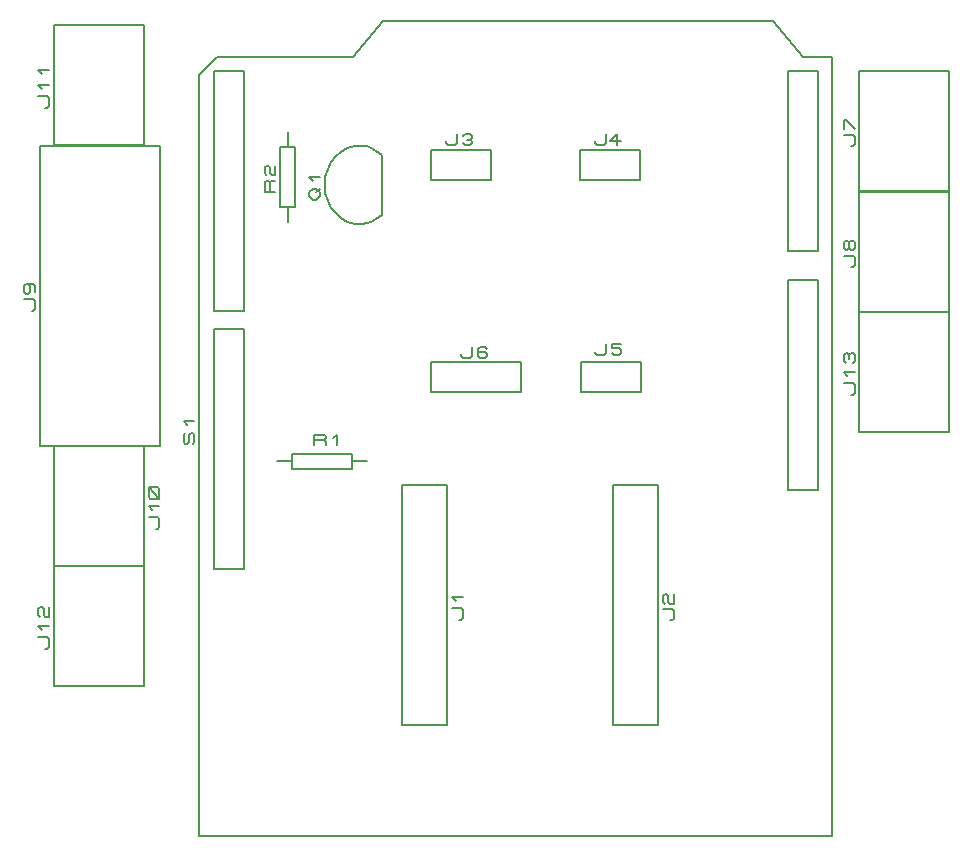
<source format=gbr>
G04 PROTEUS GERBER X2 FILE*
%TF.GenerationSoftware,Labcenter,Proteus,8.11-SP0-Build30052*%
%TF.CreationDate,2022-05-16T20:50:57+00:00*%
%TF.FileFunction,Legend,Top*%
%TF.FilePolarity,Positive*%
%TF.Part,Single*%
%TF.SameCoordinates,{860b8ca4-a46b-4a59-b09f-cc4400e6bc87}*%
%FSLAX45Y45*%
%MOMM*%
G01*
%TA.AperFunction,Material*%
%ADD20C,0.203200*%
%TD.AperFunction*%
D20*
X-2140500Y+2639000D02*
X-1759500Y+2639000D01*
X-1759500Y+4671000D01*
X-2140500Y+4671000D01*
X-2140500Y+2639000D01*
X-1657900Y+3528000D02*
X-1642660Y+3528000D01*
X-1627420Y+3543875D01*
X-1627420Y+3607375D01*
X-1642660Y+3623250D01*
X-1718860Y+3623250D01*
X-1688380Y+3686750D02*
X-1718860Y+3718500D01*
X-1627420Y+3718500D01*
X-356500Y+2633000D02*
X+24500Y+2633000D01*
X+24500Y+4665000D01*
X-356500Y+4665000D01*
X-356500Y+2633000D01*
X+126100Y+3522000D02*
X+141340Y+3522000D01*
X+156580Y+3537875D01*
X+156580Y+3601375D01*
X+141340Y+3617250D01*
X+65140Y+3617250D01*
X+80380Y+3664875D02*
X+65140Y+3680750D01*
X+65140Y+3728375D01*
X+80380Y+3744250D01*
X+95620Y+3744250D01*
X+110860Y+3728375D01*
X+110860Y+3680750D01*
X+126100Y+3664875D01*
X+156580Y+3664875D01*
X+156580Y+3744250D01*
X+1500000Y+1694000D02*
X+1500000Y+8294000D01*
X+1500000Y+1694000D02*
X-3860000Y+1694000D01*
X+1500000Y+8294000D02*
X+1250000Y+8294000D01*
X+1000000Y+8594000D01*
X-2300000Y+8594000D01*
X-3860000Y+1694000D02*
X-3860000Y+8144000D01*
X-3710000Y+8294000D01*
X-2560000Y+8294000D01*
X-2300000Y+8594000D01*
X+1123000Y+4623000D02*
X+1377000Y+4623000D01*
X+1377000Y+6401000D01*
X+1123000Y+6401000D01*
X+1123000Y+4623000D01*
X+1123000Y+6647000D02*
X+1377000Y+6647000D01*
X+1377000Y+8171000D01*
X+1123000Y+8171000D01*
X+1123000Y+6647000D01*
X-3737000Y+6139000D02*
X-3483000Y+6139000D01*
X-3483000Y+8171000D01*
X-3737000Y+8171000D01*
X-3737000Y+6139000D01*
X-3737000Y+3961000D02*
X-3483000Y+3961000D01*
X-3483000Y+5993000D01*
X-3737000Y+5993000D01*
X-3737000Y+3961000D01*
X-3915880Y+5017000D02*
X-3900640Y+5032875D01*
X-3900640Y+5096375D01*
X-3915880Y+5112250D01*
X-3931120Y+5112250D01*
X-3946360Y+5096375D01*
X-3946360Y+5032875D01*
X-3961600Y+5017000D01*
X-3976840Y+5017000D01*
X-3992080Y+5032875D01*
X-3992080Y+5096375D01*
X-3976840Y+5112250D01*
X-3961600Y+5175750D02*
X-3992080Y+5207500D01*
X-3900640Y+5207500D01*
X-5208000Y+5002000D02*
X-4192000Y+5002000D01*
X-5208000Y+7542000D02*
X-4192000Y+7542000D01*
X-5208000Y+7542000D02*
X-5208000Y+5002000D01*
X-4192000Y+5002000D02*
X-4192000Y+7542000D01*
X-5279120Y+6145000D02*
X-5263880Y+6145000D01*
X-5248640Y+6160875D01*
X-5248640Y+6224375D01*
X-5263880Y+6240250D01*
X-5340080Y+6240250D01*
X-5309600Y+6367250D02*
X-5294360Y+6351375D01*
X-5294360Y+6303750D01*
X-5309600Y+6287875D01*
X-5324840Y+6287875D01*
X-5340080Y+6303750D01*
X-5340080Y+6351375D01*
X-5324840Y+6367250D01*
X-5263880Y+6367250D01*
X-5248640Y+6351375D01*
X-5248640Y+6303750D01*
X-5091000Y+4998000D02*
X-4329000Y+4998000D01*
X-4329000Y+3982000D02*
X-5091000Y+3982000D01*
X-5091000Y+4998000D02*
X-5091000Y+3982000D01*
X-4329000Y+4998000D02*
X-4329000Y+3982000D01*
X-4227400Y+4299500D02*
X-4212160Y+4299500D01*
X-4196920Y+4315375D01*
X-4196920Y+4378875D01*
X-4212160Y+4394750D01*
X-4288360Y+4394750D01*
X-4257880Y+4458250D02*
X-4288360Y+4490000D01*
X-4196920Y+4490000D01*
X-4212160Y+4553500D02*
X-4273120Y+4553500D01*
X-4288360Y+4569375D01*
X-4288360Y+4632875D01*
X-4273120Y+4648750D01*
X-4212160Y+4648750D01*
X-4196920Y+4632875D01*
X-4196920Y+4569375D01*
X-4212160Y+4553500D01*
X-4196920Y+4553500D02*
X-4288360Y+4648750D01*
X-4329000Y+7546000D02*
X-5091000Y+7546000D01*
X-5091000Y+8562000D02*
X-4329000Y+8562000D01*
X-4329000Y+7546000D02*
X-4329000Y+8562000D01*
X-5091000Y+7546000D02*
X-5091000Y+8562000D01*
X-5162120Y+7863500D02*
X-5146880Y+7863500D01*
X-5131640Y+7879375D01*
X-5131640Y+7942875D01*
X-5146880Y+7958750D01*
X-5223080Y+7958750D01*
X-5192600Y+8022250D02*
X-5223080Y+8054000D01*
X-5131640Y+8054000D01*
X-5192600Y+8149250D02*
X-5223080Y+8181000D01*
X-5131640Y+8181000D01*
X-4329000Y+2966000D02*
X-5091000Y+2966000D01*
X-5091000Y+3982000D02*
X-4329000Y+3982000D01*
X-4329000Y+2966000D02*
X-4329000Y+3982000D01*
X-5091000Y+2966000D02*
X-5091000Y+3982000D01*
X-5162120Y+3283500D02*
X-5146880Y+3283500D01*
X-5131640Y+3299375D01*
X-5131640Y+3362875D01*
X-5146880Y+3378750D01*
X-5223080Y+3378750D01*
X-5192600Y+3442250D02*
X-5223080Y+3474000D01*
X-5131640Y+3474000D01*
X-5207840Y+3553375D02*
X-5223080Y+3569250D01*
X-5223080Y+3616875D01*
X-5207840Y+3632750D01*
X-5192600Y+3632750D01*
X-5177360Y+3616875D01*
X-5177360Y+3569250D01*
X-5162120Y+3553375D01*
X-5131640Y+3553375D01*
X-5131640Y+3632750D01*
X-3199000Y+4870000D02*
X-3072000Y+4870000D01*
X-3072000Y+4806500D02*
X-2564000Y+4806500D01*
X-2564000Y+4933500D01*
X-3072000Y+4933500D01*
X-3072000Y+4806500D01*
X-2564000Y+4870000D02*
X-2437000Y+4870000D01*
X-2885000Y+5004140D02*
X-2885000Y+5095580D01*
X-2805625Y+5095580D01*
X-2789750Y+5080340D01*
X-2789750Y+5065100D01*
X-2805625Y+5049860D01*
X-2885000Y+5049860D01*
X-2805625Y+5049860D02*
X-2789750Y+5034620D01*
X-2789750Y+5004140D01*
X-2726250Y+5065100D02*
X-2694500Y+5095580D01*
X-2694500Y+5004140D01*
X-1897000Y+5453000D02*
X-1135000Y+5453000D01*
X-1135000Y+5707000D01*
X-1897000Y+5707000D01*
X-1897000Y+5453000D01*
X-1643000Y+5778120D02*
X-1643000Y+5762880D01*
X-1627125Y+5747640D01*
X-1563625Y+5747640D01*
X-1547750Y+5762880D01*
X-1547750Y+5839080D01*
X-1420750Y+5823840D02*
X-1436625Y+5839080D01*
X-1484250Y+5839080D01*
X-1500125Y+5823840D01*
X-1500125Y+5762880D01*
X-1484250Y+5747640D01*
X-1436625Y+5747640D01*
X-1420750Y+5762880D01*
X-1420750Y+5778120D01*
X-1436625Y+5793360D01*
X-1500125Y+5793360D01*
X-627000Y+5453000D02*
X-119000Y+5453000D01*
X-119000Y+5707000D01*
X-627000Y+5707000D01*
X-627000Y+5453000D01*
X-510000Y+5798120D02*
X-510000Y+5782880D01*
X-494125Y+5767640D01*
X-430625Y+5767640D01*
X-414750Y+5782880D01*
X-414750Y+5859080D01*
X-287750Y+5859080D02*
X-367125Y+5859080D01*
X-367125Y+5828600D01*
X-303625Y+5828600D01*
X-287750Y+5813360D01*
X-287750Y+5782880D01*
X-303625Y+5767640D01*
X-351250Y+5767640D01*
X-367125Y+5782880D01*
X-637000Y+7253000D02*
X-129000Y+7253000D01*
X-129000Y+7507000D01*
X-637000Y+7507000D01*
X-637000Y+7253000D01*
X-510000Y+7578120D02*
X-510000Y+7562880D01*
X-494125Y+7547640D01*
X-430625Y+7547640D01*
X-414750Y+7562880D01*
X-414750Y+7639080D01*
X-287750Y+7578120D02*
X-383000Y+7578120D01*
X-319500Y+7639080D01*
X-319500Y+7547640D01*
X-1897000Y+7253000D02*
X-1389000Y+7253000D01*
X-1389000Y+7507000D01*
X-1897000Y+7507000D01*
X-1897000Y+7253000D01*
X-1770000Y+7578120D02*
X-1770000Y+7562880D01*
X-1754125Y+7547640D01*
X-1690625Y+7547640D01*
X-1674750Y+7562880D01*
X-1674750Y+7639080D01*
X-1627125Y+7623840D02*
X-1611250Y+7639080D01*
X-1563625Y+7639080D01*
X-1547750Y+7623840D01*
X-1547750Y+7608600D01*
X-1563625Y+7593360D01*
X-1547750Y+7578120D01*
X-1547750Y+7562880D01*
X-1563625Y+7547640D01*
X-1611250Y+7547640D01*
X-1627125Y+7562880D01*
X-1595375Y+7593360D02*
X-1563625Y+7593360D01*
X+2491000Y+7156000D02*
X+1729000Y+7156000D01*
X+1729000Y+8172000D02*
X+2491000Y+8172000D01*
X+2491000Y+7156000D02*
X+2491000Y+8172000D01*
X+1729000Y+7156000D02*
X+1729000Y+8172000D01*
X+1657880Y+7537000D02*
X+1673120Y+7537000D01*
X+1688360Y+7552875D01*
X+1688360Y+7616375D01*
X+1673120Y+7632250D01*
X+1596920Y+7632250D01*
X+1596920Y+7679875D02*
X+1596920Y+7759250D01*
X+1612160Y+7759250D01*
X+1688360Y+7679875D01*
X+2491000Y+6135620D02*
X+1729000Y+6135620D01*
X+1729000Y+7151620D02*
X+2491000Y+7151620D01*
X+2491000Y+6135620D02*
X+2491000Y+7151620D01*
X+1729000Y+6135620D02*
X+1729000Y+7151620D01*
X+1657880Y+6516620D02*
X+1673120Y+6516620D01*
X+1688360Y+6532495D01*
X+1688360Y+6595995D01*
X+1673120Y+6611870D01*
X+1596920Y+6611870D01*
X+1642640Y+6675370D02*
X+1627400Y+6659495D01*
X+1612160Y+6659495D01*
X+1596920Y+6675370D01*
X+1596920Y+6722995D01*
X+1612160Y+6738870D01*
X+1627400Y+6738870D01*
X+1642640Y+6722995D01*
X+1642640Y+6675370D01*
X+1657880Y+6659495D01*
X+1673120Y+6659495D01*
X+1688360Y+6675370D01*
X+1688360Y+6722995D01*
X+1673120Y+6738870D01*
X+1657880Y+6738870D01*
X+1642640Y+6722995D01*
X-3110000Y+6897000D02*
X-3110000Y+7024000D01*
X-3173500Y+7024000D02*
X-3046500Y+7024000D01*
X-3046500Y+7532000D01*
X-3173500Y+7532000D01*
X-3173500Y+7024000D01*
X-3110000Y+7532000D02*
X-3110000Y+7659000D01*
X-3214140Y+7151000D02*
X-3305580Y+7151000D01*
X-3305580Y+7230375D01*
X-3290340Y+7246250D01*
X-3275100Y+7246250D01*
X-3259860Y+7230375D01*
X-3259860Y+7151000D01*
X-3259860Y+7230375D02*
X-3244620Y+7246250D01*
X-3214140Y+7246250D01*
X-3290340Y+7293875D02*
X-3305580Y+7309750D01*
X-3305580Y+7357375D01*
X-3290340Y+7373250D01*
X-3275100Y+7373250D01*
X-3259860Y+7357375D01*
X-3259860Y+7309750D01*
X-3244620Y+7293875D01*
X-3214140Y+7293875D01*
X-3214140Y+7373250D01*
X-2314900Y+6956000D02*
X-2314900Y+7464000D01*
X-2480000Y+6879800D02*
X-2441702Y+6884562D01*
X-2402212Y+6898850D01*
X-2360342Y+6922662D01*
X-2314900Y+6956000D01*
X-2480000Y+6879800D02*
X-2544918Y+6882431D01*
X-2604953Y+6898912D01*
X-2658942Y+6927839D01*
X-2705722Y+6967807D01*
X-2744131Y+7017412D01*
X-2773005Y+7075249D01*
X-2791182Y+7139913D01*
X-2797500Y+7210000D01*
X-2480000Y+7540200D02*
X-2441702Y+7535438D01*
X-2402212Y+7521150D01*
X-2360342Y+7497338D01*
X-2314900Y+7464000D01*
X-2480000Y+7540200D02*
X-2544918Y+7537569D01*
X-2604953Y+7521088D01*
X-2658942Y+7492161D01*
X-2705722Y+7452193D01*
X-2744131Y+7402588D01*
X-2773005Y+7344751D01*
X-2791182Y+7280087D01*
X-2797500Y+7210000D01*
X-2899100Y+7083000D02*
X-2929580Y+7114750D01*
X-2929580Y+7146500D01*
X-2899100Y+7178250D01*
X-2868620Y+7178250D01*
X-2838140Y+7146500D01*
X-2838140Y+7114750D01*
X-2868620Y+7083000D01*
X-2899100Y+7083000D01*
X-2868620Y+7146500D02*
X-2838140Y+7178250D01*
X-2899100Y+7241750D02*
X-2929580Y+7273500D01*
X-2838140Y+7273500D01*
X+2491000Y+5116000D02*
X+1729000Y+5116000D01*
X+1729000Y+6132000D02*
X+2491000Y+6132000D01*
X+2491000Y+5116000D02*
X+2491000Y+6132000D01*
X+1729000Y+5116000D02*
X+1729000Y+6132000D01*
X+1657880Y+5433500D02*
X+1673120Y+5433500D01*
X+1688360Y+5449375D01*
X+1688360Y+5512875D01*
X+1673120Y+5528750D01*
X+1596920Y+5528750D01*
X+1627400Y+5592250D02*
X+1596920Y+5624000D01*
X+1688360Y+5624000D01*
X+1612160Y+5703375D02*
X+1596920Y+5719250D01*
X+1596920Y+5766875D01*
X+1612160Y+5782750D01*
X+1627400Y+5782750D01*
X+1642640Y+5766875D01*
X+1657880Y+5782750D01*
X+1673120Y+5782750D01*
X+1688360Y+5766875D01*
X+1688360Y+5719250D01*
X+1673120Y+5703375D01*
X+1642640Y+5735125D02*
X+1642640Y+5766875D01*
M02*

</source>
